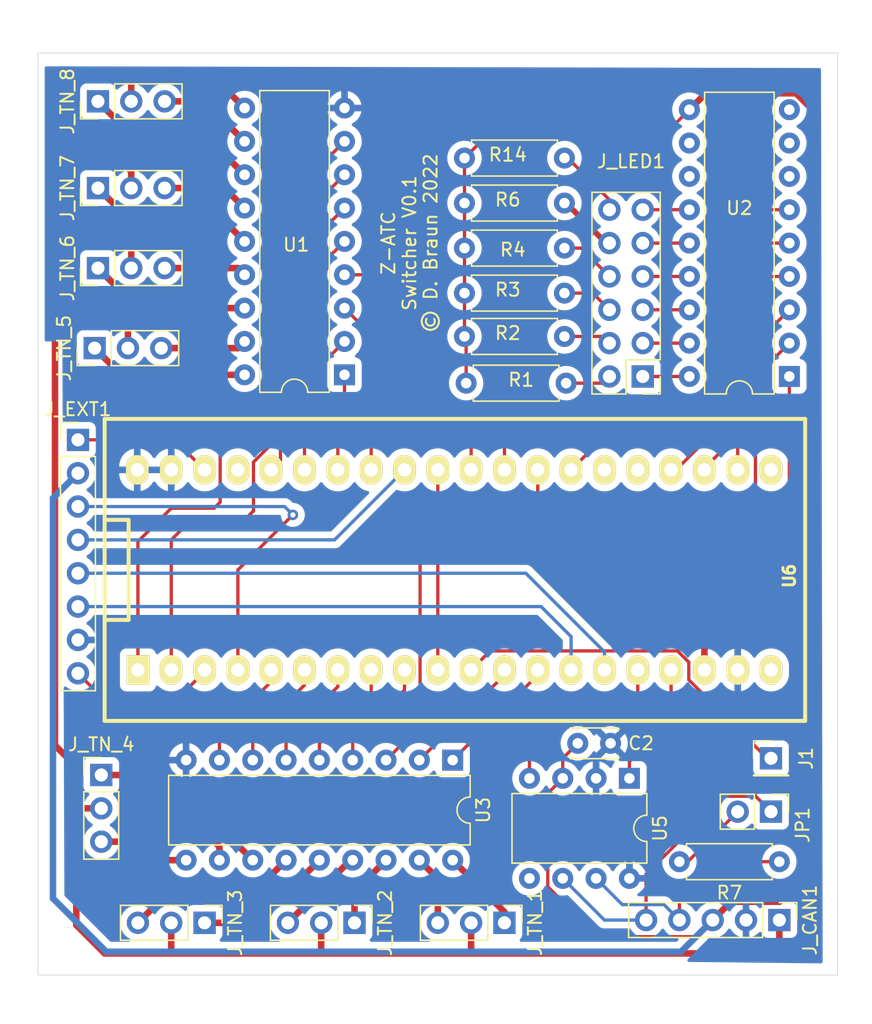
<source format=kicad_pcb>
(kicad_pcb (version 20211014) (generator pcbnew)
  (layers (0 "F.Cu" signal) (31 "B.Cu" signal) (34 "B.Paste" user) (35 "F.Paste" user) (36 "B.SilkS" user "B.Silkscreen") (37 "F.SilkS" user "F.Silkscreen") (38 "B.Mask" user) (39 "F.Mask" user) (44 "Edge.Cuts" user))
  (net 0 "")
  (net 1 "GND")
  (net 2 "Net-(U3-Pad12)")
  (net 3 "Net-(U3-Pad11)")
  (net 4 "Net-(J_TN_5-Pad1)")
  (net 5 "Net-(J_TN_5-Pad3)")
  (net 6 "Net-(J_TN_6-Pad1)")
  (net 7 "Net-(J_TN_6-Pad3)")
  (net 8 "VSENSE0_1")
  (net 9 "VSENSE0_0")
  (net 10 "Net-(J_TN_7-Pad1)")
  (net 11 "Net-(J_TN_7-Pad3)")
  (net 12 "Net-(JP1-Pad1)")
  (net 13 "+5V")
  (net 14 "Net-(J_CAN1-Pad4)")
  (net 15 "Net-(J_TN_8-Pad1)")
  (net 16 "+12V")
  (net 17 "Net-(J_TN_8-Pad3)")
  (net 18 "TURN5A")
  (net 19 "TURN5B")
  (net 20 "TURN6A")
  (net 21 "TURN6B")
  (net 22 "TURN7A")
  (net 23 "TURN7B")
  (net 24 "TURN2B")
  (net 25 "TURN2A")
  (net 26 "TURN8A")
  (net 27 "TURN1B")
  (net 28 "TURN1A")
  (net 29 "TURN8B")
  (net 30 "LED4")
  (net 31 "LED3")
  (net 32 "LED2")
  (net 34 "LED1")
  (net 35 "LED0")
  (net 36 "Net-(U5-Pad4)")
  (net 37 "Net-(U5-Pad1)")
  (net 40 "LED5")
  (net 43 "Net-(JP1-Pad2)")
  (net 44 "+3V3")
  (net 45 "TURN4A")
  (net 46 "TURN4B")
  (net 50 "TURN3A")
  (net 51 "TURN3B")
  (net 52 "Net-(J_TN_1-Pad1)")
  (net 53 "Net-(J_TN_1-Pad3)")
  (net 54 "Net-(J_TN_2-Pad1)")
  (net 55 "Net-(J_TN_2-Pad3)")
  (net 56 "Net-(J_TN_3-Pad1)")
  (net 57 "Net-(J_TN_3-Pad3)")
  (net 58 "SCL1")
  (net 59 "SDA1")
  (net 60 "X1")
  (net 61 "Net-(U2-Pad18)")
  (net 62 "Net-(R1-Pad2)")
  (net 63 "Net-(U2-Pad17)")
  (net 64 "SWO")
  (net 65 "Net-(R2-Pad2)")
  (net 66 "Net-(U2-Pad16)")
  (net 67 "Net-(R3-Pad2)")
  (net 68 "Net-(U2-Pad15)")
  (net 69 "Net-(R4-Pad2)")
  (net 70 "Net-(U2-Pad14)")
  (net 71 "PA7")
  (net 72 "Net-(R6-Pad2)")
  (net 73 "Net-(U2-Pad13)")
  (net 74 "Net-(R14-Pad2)")
  (net 75 "X2")
  (footprint "Connector_PinHeader_2.54mm:PinHeader_1x02_P2.54mm_Vertical" (layer "F.Cu") (at 132.715 159.385 -90)
    (fp_text reference "JP1")
    (fp_text value "Jumper")
  )
  (footprint "Resistor_THT:R_Axial_DIN0207_L6.3mm_D2.5mm_P7.62mm_Horizontal" (layer "F.Cu") (at 133.35 163.195 180)
    (fp_text reference "R7")
    (fp_text value "120")
  )
  (footprint "Package_DIP:DIP-18_W7.62mm" (layer "F.Cu") (at 134.112 126.238 180)
    (fp_text reference "U2")
    (fp_text value "ULN2803A")
  )
  (footprint "Package_DIP:DIP-18_W7.62mm" (layer "F.Cu") (at 108.448 155.458 -90)
    (fp_text reference "U3")
    (fp_text value "ULN2803A")
  )
  (footprint "Package_DIP:DIP-8_W7.62mm" (layer "F.Cu") (at 121.92 156.845 -90)
    (fp_text reference "U5")
    (fp_text value "MCP2551-I-P")
  )
  (footprint "BluePill_breakouts:BluePill_STM32F103C" (layer "F.Cu") (at 84.5058 148.59 90)
    (fp_text reference "U6")
    (fp_text value "ChinaBluePill-bluepill-D3_Board" hide)
  )
  (footprint "Capacitor_THT:C_Disc_D3.4mm_W2.1mm_P2.50mm" (layer "F.Cu") (at 120.483 154.178 180)
    (fp_text reference "C2")
    (fp_text value "C")
  )
  (footprint "Resistor_THT:R_Axial_DIN0207_L6.3mm_D2.5mm_P7.62mm_Horizontal" (layer "F.Cu") (at 109.347 123.19)
    (fp_text reference "R2")
    (fp_text value "R")
  )
  (footprint "Resistor_THT:R_Axial_DIN0207_L6.3mm_D2.5mm_P7.62mm_Horizontal" (layer "F.Cu") (at 109.347 113.03)
    (fp_text reference "R6")
    (fp_text value "R")
  )
  (footprint "Connector_PinHeader_2.54mm:PinHeader_2x06_P2.54mm_Vertical" (layer "F.Cu") (at 122.936 126.238 180)
    (fp_text reference "J_LED1")
    (fp_text value "Conn_02x06_Odd_Even")
  )
  (footprint "Resistor_THT:R_Axial_DIN0207_L6.3mm_D2.5mm_P7.62mm_Horizontal" (layer "F.Cu") (at 109.347 109.601)
    (fp_text reference "R14")
    (fp_text value "R")
  )
  (footprint "Connector_PinHeader_2.54mm:PinHeader_1x03_P2.54mm_Vertical" (layer "F.Cu") (at 100.965 167.85 -90)
    (fp_text reference "J_TN_2")
    (fp_text value "Conn_01x03_Female")
  )
  (footprint "Connector_PinHeader_2.54mm:PinHeader_1x05_P2.54mm_Vertical" (layer "F.Cu") (at 133.35 167.64 -90)
    (fp_text reference "J_CAN1")
    (fp_text value "Conn_01x05_Female")
  )
  (footprint "Connector_PinHeader_2.54mm:PinHeader_1x03_P2.54mm_Vertical" (layer "F.Cu") (at 89.535 167.85 -90)
    (fp_text reference "J_TN_3")
    (fp_text value "Conn_01x03_Female")
  )
  (footprint "Package_DIP:DIP-18_W7.62mm" (layer "F.Cu") (at 100.203 126.111 180)
    (fp_text reference "U1")
    (fp_text value "ULN2803A")
  )
  (footprint "Resistor_THT:R_Axial_DIN0207_L6.3mm_D2.5mm_P7.62mm_Horizontal" (layer "F.Cu") (at 109.347 119.888)
    (fp_text reference "R3")
    (fp_text value "R")
  )
  (footprint "Connector_PinHeader_2.54mm:PinHeader_1x01_P2.54mm_Vertical" (layer "F.Cu") (at 132.715 155.321)
    (fp_text reference "J1")
    (fp_text value "Conn_01x01_Female")
  )
  (footprint "Connector_PinHeader_2.54mm:PinHeader_1x03_P2.54mm_Vertical" (layer "F.Cu") (at 81.661 156.591)
    (fp_text reference "J_TN_4")
    (fp_text value "Conn_01x03_Female")
  )
  (footprint "Connector_PinHeader_2.54mm:PinHeader_1x03_P2.54mm_Vertical" (layer "F.Cu") (at 81.407 111.887 90)
    (fp_text reference "J_TN_7")
    (fp_text value "Conn_01x03_Female")
  )
  (footprint "Resistor_THT:R_Axial_DIN0207_L6.3mm_D2.5mm_P7.62mm_Horizontal" (layer "F.Cu") (at 109.474 126.746)
    (fp_text reference "R1")
    (fp_text value "R")
  )
  (footprint "Connector_PinHeader_2.54mm:PinHeader_1x03_P2.54mm_Vertical" (layer "F.Cu") (at 81.407 105.283 90)
    (fp_text reference "J_TN_8")
    (fp_text value "Conn_01x03_Female")
  )
  (footprint "Connector_PinHeader_2.54mm:PinHeader_1x03_P2.54mm_Vertical" (layer "F.Cu") (at 81.407 117.983 90)
    (fp_text reference "J_TN_6")
    (fp_text value "Conn_01x03_Female")
  )
  (footprint "Connector_PinHeader_2.54mm:PinHeader_1x03_P2.54mm_Vertical" (layer "F.Cu") (at 112.395 167.85 -90)
    (fp_text reference "J_TN_1")
    (fp_text value "Conn_01x03_Female")
  )
  (footprint "Connector_PinHeader_2.54mm:PinHeader_1x03_P2.54mm_Vertical" (layer "F.Cu") (at 81.153 124.079 90)
    (fp_text reference "J_TN_5")
    (fp_text value "Conn_01x03_Female")
  )
  (footprint "Resistor_THT:R_Axial_DIN0207_L6.3mm_D2.5mm_P7.62mm_Horizontal" (layer "F.Cu") (at 109.347 116.459)
    (fp_text reference "R4")
    (fp_text value "R")
  )
  (footprint "Connector_PinHeader_2.54mm:PinHeader_1x08_P2.54mm_Vertical" (layer "F.Cu") (at 79.883 131.064)
    (fp_text reference "J_EXT1")
    (fp_text value "Conn_01x08_Female")
  )
  (gr_rect (start 137.795 171.831) (end 76.835 101.6) (layer "Edge.Cuts") (width 0.05) (fill none))
  (gr_text "Z-ATC\nSwitcher V0.1\n© D. Braun 2022" (at 105.156 116.078 90) (layer "F.SilkS") (effects (font (size 1 1))))
  (segment (start 119.38 156.845) (end 119.38 155.281) (width 0.5) (layer "F.Cu") (net 1))
  (segment (start 119.38 155.281) (end 120.483 154.178) (width 0.5) (layer "F.Cu") (net 1))
  (segment (start 93.208 163.078) (end 88.753 158.623) (width 0.5) (layer "F.Cu") (net 2))
  (segment (start 88.753 158.623) (end 85.344 158.623) (width 0.5) (layer "F.Cu") (net 2))
  (segment (start 85.344 158.623) (end 83.312 156.591) (width 0.5) (layer "F.Cu") (net 2))
  (segment (start 83.312 156.591) (end 81.661 156.591) (width 0.5) (layer "F.Cu") (net 2))
  (segment (start 85.09 161.036) (end 84.455 161.671) (width 0.5) (layer "F.Cu") (net 3))
  (segment (start 90.668 162.042) (end 90.668 163.078) (width 0.5) (layer "F.Cu") (net 3))
  (segment (start 89.662 161.036) (end 90.668 162.042) (width 0.5) (layer "F.Cu") (net 3))
  (segment (start 84.455 161.671) (end 81.661 161.671) (width 0.5) (layer "F.Cu") (net 3))
  (segment (start 85.09 161.036) (end 89.662 161.036) (width 0.5) (layer "F.Cu") (net 3))
  (segment (start 81.153 124.079) (end 83.185 126.111) (width 0.5) (layer "F.Cu") (net 4))
  (segment (start 83.185 126.111) (end 92.583 126.111) (width 0.5) (layer "F.Cu") (net 4))
  (segment (start 86.233 124.079) (end 92.075 124.079) (width 0.5) (layer "F.Cu") (net 5))
  (segment (start 92.075 124.079) (end 92.583 123.571) (width 0.5) (layer "F.Cu") (net 5))
  (segment (start 84.455 121.031) (end 92.583 121.031) (width 0.5) (layer "F.Cu") (net 6))
  (segment (start 81.407 117.983) (end 84.455 121.031) (width 0.5) (layer "F.Cu") (net 6))
  (segment (start 92.075 117.983) (end 92.583 118.491) (width 0.5) (layer "F.Cu") (net 7))
  (segment (start 86.487 117.983) (end 92.075 117.983) (width 0.5) (layer "F.Cu") (net 7))
  (segment (start 81.407 111.887) (end 83.693 114.173) (width 0.5) (layer "F.Cu") (net 10))
  (segment (start 83.693 114.173) (end 90.805 114.173) (width 0.5) (layer "F.Cu") (net 10))
  (segment (start 90.805 114.173) (end 92.583 115.951) (width 0.5) (layer "F.Cu") (net 10))
  (segment (start 91.059 111.887) (end 92.583 113.411) (width 0.5) (layer "F.Cu") (net 11))
  (segment (start 86.487 111.887) (end 91.059 111.887) (width 0.5) (layer "F.Cu") (net 11))
  (segment (start 129.124211 158.210489) (end 131.540489 158.210489) (width 0.25) (layer "F.Cu") (net 12))
  (segment (start 123.19 167.64) (end 123.19 164.1447) (width 0.25) (layer "F.Cu") (net 12))
  (segment (start 123.19 164.1447) (end 129.124211 158.210489) (width 0.25) (layer "F.Cu") (net 12))
  (segment (start 131.540489 158.210489) (end 132.715 159.385) (width 0.25) (layer "F.Cu") (net 12))
  (segment (start 116.84 164.465) (end 120.015 167.64) (width 0.25) (layer "B.Cu") (net 12))
  (segment (start 120.015 167.64) (end 123.19 167.64) (width 0.25) (layer "B.Cu") (net 12))
  (segment (start 115.697 161.036) (end 115.697 157.988) (width 0.25) (layer "F.Cu") (net 13))
  (segment (start 127.635 146.939) (end 127.635 148.59) (width 0.5) (layer "F.Cu") (net 13))
  (segment (start 127 168.91) (end 128.27 167.64) (width 0.25) (layer "F.Cu") (net 13))
  (segment (start 134.629565 104.668489) (end 136.271 106.309924) (width 0.5) (layer "F.Cu") (net 13))
  (segment (start 124.333 108.077) (end 126.492 105.918) (width 0.25) (layer "F.Cu") (net 13))
  (segment (start 116.84 155.321) (end 117.983 154.178) (width 0.25) (layer "F.Cu") (net 13))
  (segment (start 129.794 166.243) (end 129.667 166.243) (width 0.5) (layer "F.Cu") (net 13))
  (segment (start 133.35 166.243) (end 129.794 166.243) (width 0.5) (layer "F.Cu") (net 13))
  (segment (start 109.474 123.317) (end 109.347 123.19) (width 0.25) (layer "F.Cu") (net 13))
  (segment (start 115.697 161.036) (end 115.697 165.1) (width 0.25) (layer "F.Cu") (net 13))
  (segment (start 129.667 166.243) (end 128.27 167.64) (width 0.5) (layer "F.Cu") (net 13))
  (segment (start 136.271 163.322) (end 133.35 166.243) (width 0.5) (layer "F.Cu") (net 13))
  (segment (start 136.271 106.309924) (end 136.271 145.288) (width 0.5) (layer "F.Cu") (net 13))
  (segment (start 115.697 165.1) (end 119.507 168.91) (width 0.25) (layer "F.Cu") (net 13))
  (segment (start 126.492 105.918) (end 127.741511 104.668489) (width 0.5) (layer "F.Cu") (net 13))
  (segment (start 115.697 157.988) (end 116.84 156.845) (width 0.25) (layer "F.Cu") (net 13))
  (segment (start 109.347 109.601) (end 110.871 108.077) (width 0.25) (layer "F.Cu") (net 13))
  (segment (start 119.507 168.91) (end 127 168.91) (width 0.25) (layer "F.Cu") (net 13))
  (segment (start 110.871 108.077) (end 124.333 108.077) (width 0.25) (layer "F.Cu") (net 13))
  (segment (start 109.347 113.03) (end 109.347 109.601) (width 0.25) (layer "F.Cu") (net 13))
  (segment (start 109.347 119.888) (end 109.347 116.459) (width 0.25) (layer "F.Cu") (net 13))
  (segment (start 136.271 145.288) (end 129.286 145.288) (width 0.5) (layer "F.Cu") (net 13))
  (segment (start 109.474 126.746) (end 109.474 123.317) (width 0.25) (layer "F.Cu") (net 13))
  (segment (start 129.286 145.288) (end 127.635 146.939) (width 0.5) (layer "F.Cu") (net 13))
  (segment (start 109.347 123.19) (end 109.347 119.888) (width 0.25) (layer "F.Cu") (net 13))
  (segment (start 136.271 145.288) (end 136.271 163.322) (width 0.5) (layer "F.Cu") (net 13))
  (segment (start 127.741511 104.668489) (end 134.629565 104.668489) (width 0.5) (layer "F.Cu") (net 13))
  (segment (start 116.84 156.845) (end 116.84 155.321) (width 0.25) (layer "F.Cu") (net 13))
  (segment (start 109.347 116.459) (end 109.347 113.03) (width 0.25) (layer "F.Cu") (net 13))
  (segment (start 82.042 170.053) (end 77.978 165.989) (width 0.5) (layer "B.Cu") (net 13))
  (segment (start 77.978 135.509) (end 79.883 133.604) (width 0.5) (layer "B.Cu") (net 13))
  (segment (start 77.978 165.989) (end 77.978 135.509) (width 0.5) (layer "B.Cu") (net 13))
  (segment (start 128.27 167.64) (end 125.857 170.053) (width 0.5) (layer "B.Cu") (net 13))
  (segment (start 125.857 170.053) (end 82.042 170.053) (width 0.5) (layer "B.Cu") (net 13))
  (segment (start 125.73 165.735) (end 128.27 163.195) (width 0.25) (layer "F.Cu") (net 14))
  (segment (start 125.73 165.735) (end 125.73 167.64) (width 0.25) (layer "F.Cu") (net 14))
  (segment (start 133.35 163.195) (end 128.27 163.195) (width 0.25) (layer "F.Cu") (net 14))
  (segment (start 121.380489 166.465489) (end 124.555489 166.465489) (width 0.25) (layer "B.Cu") (net 14))
  (segment (start 119.38 164.465) (end 121.380489 166.465489) (width 0.25) (layer "B.Cu") (net 14))
  (segment (start 124.555489 166.465489) (end 125.73 167.64) (width 0.25) (layer "B.Cu") (net 14))
  (segment (start 89.789 108.077) (end 84.201 108.077) (width 0.5) (layer "F.Cu") (net 15))
  (segment (start 84.201 108.077) (end 81.407 105.283) (width 0.5) (layer "F.Cu") (net 15))
  (segment (start 92.583 110.871) (end 89.789 108.077) (width 0.5) (layer "F.Cu") (net 15))
  (segment (start 87.249 170.18) (end 81.915 170.18) (width 0.5) (layer "F.Cu") (net 16))
  (segment (start 78.13397 154.33397) (end 78.13397 122.14503) (width 0.5) (layer "F.Cu") (net 16))
  (segment (start 78.359 109.855) (end 78.13397 109.62997) (width 0.5) (layer "F.Cu") (net 16))
  (segment (start 81.915 170.18) (end 79.756 168.021) (width 0.5) (layer "F.Cu") (net 16))
  (segment (start 84.328 164.592) (end 85.842 163.078) (width 0.5) (layer "F.Cu") (net 16))
  (segment (start 78.13397 109.62997) (end 78.13397 104.74603) (width 0.5) (layer "F.Cu") (net 16))
  (segment (start 79.756 159.131) (end 81.661 159.131) (width 0.5) (layer "F.Cu") (net 16))
  (segment (start 85.842 163.078) (end 88.128 163.078) (width 0.5) (layer "F.Cu") (net 16))
  (segment (start 79.756 168.021) (end 79.756 164.592) (width 0.5) (layer "F.Cu") (net 16))
  (segment (start 98.425 170.18) (end 87.249 170.18) (width 0.5) (layer "F.Cu") (net 16))
  (segment (start 83.312 103.505) (end 79.375 103.505) (width 0.5) (layer "F.Cu") (net 16))
  (segment (start 83.312 103.505) (end 90.297 103.505) (width 0.5) (layer "F.Cu") (net 16))
  (segment (start 133.35 169.545) (end 132.715 170.18) (width 0.5) (layer "F.Cu") (net 16))
  (segment (start 90.297 103.505) (end 92.583 105.791) (width 0.5) (layer "F.Cu") (net 16))
  (segment (start 83.947 103.759) (end 83.693 103.505) (width 0.5) (layer "F.Cu") (net 16))
  (segment (start 79.756 164.592) (end 84.328 164.592) (width 0.5) (layer "F.Cu") (net 16))
  (segment (start 109.855 167.85) (end 109.855 170.18) (width 0.5) (layer "F.Cu") (net 16))
  (segment (start 83.693 122.555) (end 82.931 121.793) (width 0.5) (layer "F.Cu") (net 16))
  (segment (start 83.947 111.887) (end 83.947 110.617) (width 0.5) (layer "F.Cu") (net 16))
  (segment (start 79.756 164.592) (end 79.756 159.131) (width 0.5) (layer "F.Cu") (net 16))
  (segment (start 83.947 110.617) (end 83.185 109.855) (width 0.5) (layer "F.Cu") (net 16))
  (segment (start 78.486 121.793) (end 78.13397 122.14503) (width 0.5) (layer "F.Cu") (net 16))
  (segment (start 86.995 167.85) (end 86.995 170.18) (width 0.5) (layer "F.Cu") (net 16))
  (segment (start 82.931 121.793) (end 78.486 121.793) (width 0.5) (layer "F.Cu") (net 16))
  (segment (start 132.715 170.18) (end 109.855 170.18) (width 0.5) (layer "F.Cu") (net 16))
  (segment (start 83.947 105.283) (end 83.947 103.759) (width 0.5) (layer "F.Cu") (net 16))
  (segment (start 109.855 170.18) (end 98.425 170.18) (width 0.5) (layer "F.Cu") (net 16))
  (segment (start 78.13397 104.74603) (end 79.375 103.505) (width 0.5) (layer "F.Cu") (net 16))
  (segment (start 79.756 155.956) (end 78.13397 154.33397) (width 0.5) (layer "F.Cu") (net 16))
  (segment (start 87.249 170.18) (end 86.995 170.18) (width 0.5) (layer "F.Cu") (net 16))
  (segment (start 83.185 115.697) (end 78.16294 115.697) (width 0.5) (layer "F.Cu") (net 16))
  (segment (start 98.425 167.85) (end 98.425 170.18) (width 0.5) (layer "F.Cu") (net 16))
  (segment (start 78.13397 115.66803) (end 78.13397 109.62997) (width 0.5) (layer "F.Cu") (net 16))
  (segment (start 83.185 109.855) (end 78.359 109.855) (width 0.5) (layer "F.Cu") (net 16))
  (segment (start 79.756 159.131) (end 79.756 155.956) (width 0.5) (layer "F.Cu") (net 16))
  (segment (start 78.13397 122.14503) (end 78.13397 115.66803) (width 0.5) (layer "F.Cu") (net 16))
  (segment (start 133.35 169.545) (end 133.35 167.64) (width 0.5) (layer "F.Cu") (net 16))
  (segment (start 83.947 116.459) (end 83.185 115.697) (width 0.5) (layer "F.Cu") (net 16))
  (segment (start 83.693 124.079) (end 83.693 122.555) (width 0.5) (layer "F.Cu") (net 16))
  (segment (start 83.693 103.505) (end 83.312 103.505) (width 0.5) (layer "F.Cu") (net 16))
  (segment (start 78.16294 115.697) (end 78.13397 115.66803) (width 0.5) (layer "F.Cu") (net 16))
  (segment (start 83.947 117.983) (end 83.947 116.459) (width 0.5) (layer "F.Cu") (net 16))
  (segment (start 89.535 105.283) (end 92.583 108.331) (width 0.5) (layer "F.Cu") (net 17))
  (segment (start 86.487 105.283) (end 89.535 105.283) (width 0.5) (layer "F.Cu") (net 17))
  (segment (start 100.203 128.143) (end 102.235 130.175) (width 0.25) (layer "F.Cu") (net 18))
  (segment (start 100.203 126.111) (end 100.203 128.143) (width 0.25) (layer "F.Cu") (net 18))
  (segment (start 102.235 130.175) (end 102.235 133.35) (width 0.25) (layer "F.Cu") (net 18))
  (segment (start 98.171 125.603) (end 98.171 128.651) (width 0.25) (layer "F.Cu") (net 19))
  (segment (start 100.203 123.571) (end 98.171 125.603) (width 0.25) (layer "F.Cu") (net 19))
  (segment (start 99.695 130.175) (end 99.695 133.35) (width 0.25) (layer "F.Cu") (net 19))
  (segment (start 98.171 128.651) (end 99.695 130.175) (width 0.25) (layer "F.Cu") (net 19))
  (segment (start 102.235 129.159) (end 104.013 130.937) (width 0.25) (layer "F.Cu") (net 20))
  (segment (start 104.013 130.937) (end 109.093 130.937) (width 0.25) (layer "F.Cu") (net 20))
  (segment (start 109.855 131.699) (end 109.855 133.35) (width 0.25) (layer "F.Cu") (net 20))
  (segment (start 109.093 130.937) (end 109.855 131.699) (width 0.25) (layer "F.Cu") (net 20))
  (segment (start 102.235 123.063) (end 102.235 129.159) (width 0.25) (layer "F.Cu") (net 20))
  (segment (start 100.203 121.031) (end 102.235 123.063) (width 0.25) (layer "F.Cu") (net 20))
  (segment (start 111.506 130.175) (end 112.395 131.064) (width 0.25) (layer "F.Cu") (net 21))
  (segment (start 100.203 118.491) (end 101.727 118.491) (width 0.25) (layer "F.Cu") (net 21))
  (segment (start 112.395 131.064) (end 112.395 133.35) (width 0.25) (layer "F.Cu") (net 21))
  (segment (start 104.267 130.175) (end 111.506 130.175) (width 0.25) (layer "F.Cu") (net 21))
  (segment (start 101.727 118.491) (end 103.251 120.015) (width 0.25) (layer "F.Cu") (net 21))
  (segment (start 103.251 120.015) (end 103.251 129.159) (width 0.25) (layer "F.Cu") (net 21))
  (segment (start 103.251 129.159) (end 104.267 130.175) (width 0.25) (layer "F.Cu") (net 21))
  (segment (start 96.266 128.016) (end 97.155 128.905) (width 0.25) (layer "F.Cu") (net 22))
  (segment (start 97.155 128.905) (end 97.155 133.35) (width 0.25) (layer "F.Cu") (net 22))
  (segment (start 100.203 115.951) (end 96.266 119.888) (width 0.25) (layer "F.Cu") (net 22))
  (segment (start 96.266 119.888) (end 96.266 128.016) (width 0.25) (layer "F.Cu") (net 22))
  (segment (start 95.31852 132.64648) (end 94.615 133.35) (width 0.25) (layer "F.Cu") (net 23))
  (segment (start 100.203 113.411) (end 95.31852 118.29548) (width 0.25) (layer "F.Cu") (net 23))
  (segment (start 95.31852 118.29548) (end 95.31852 132.64648) (width 0.25) (layer "F.Cu") (net 23))
  (segment (start 100.828 155.458) (end 100.828 154.061) (width 0.25) (layer "F.Cu") (net 24))
  (segment (start 100.828 154.061) (end 104.775 150.114) (width 0.25) (layer "F.Cu") (net 24))
  (segment (start 104.775 150.114) (end 104.775 148.59) (width 0.25) (layer "F.Cu") (net 24))
  (segment (start 107.315 135.72624) (end 105.96312 137.07812) (width 0.25) (layer "F.Cu") (net 25))
  (segment (start 105.96312 152.86288) (end 103.368 155.458) (width 0.25) (layer "F.Cu") (net 25))
  (segment (start 107.315 133.35) (end 107.315 135.72624) (width 0.25) (layer "F.Cu") (net 25))
  (segment (start 105.96312 137.07812) (end 105.96312 152.86288) (width 0.25) (layer "F.Cu") (net 25))
  (segment (start 94.869 131.154345) (end 94.869 116.205) (width 0.25) (layer "F.Cu") (net 26))
  (segment (start 93.26312 136.47988) (end 93.26312 132.760225) (width 0.25) (layer "F.Cu") (net 26))
  (segment (start 88.519 137.16) (end 92.583 137.16) (width 0.25) (layer "F.Cu") (net 26))
  (segment (start 94.869 116.205) (end 100.203 110.871) (width 0.25) (layer "F.Cu") (net 26))
  (segment (start 86.995 138.684) (end 88.519 137.16) (width 0.25) (layer "F.Cu") (net 26))
  (segment (start 93.26312 132.760225) (end 94.869 131.154345) (width 0.25) (layer "F.Cu") (net 26))
  (segment (start 92.583 137.16) (end 93.26312 136.47988) (width 0.25) (layer "F.Cu") (net 26))
  (segment (start 86.995 148.59) (end 86.995 138.684) (width 0.25) (layer "F.Cu") (net 26))
  (segment (start 105.908 155.458) (end 112.395 148.971) (width 0.25) (layer "F.Cu") (net 27))
  (segment (start 112.395 148.971) (end 112.395 148.59) (width 0.25) (layer "F.Cu") (net 27))
  (segment (start 108.448 155.458) (end 114.935 148.971) (width 0.25) (layer "F.Cu") (net 28))
  (segment (start 114.935 148.971) (end 114.935 148.59) (width 0.25) (layer "F.Cu") (net 28))
  (segment (start 86.995 136.271) (end 90.26024 136.271) (width 0.25) (layer "F.Cu") (net 29))
  (segment (start 90.72312 135.80812) (end 90.72312 131.27288) (width 0.25) (layer "F.Cu") (net 29))
  (segment (start 94.234 127.762) (end 94.234 114.3) (width 0.25) (layer "F.Cu") (net 29))
  (segment (start 84.455 148.59) (end 84.455 138.811) (width 0.25) (layer "F.Cu") (net 29))
  (segment (start 90.26024 136.271) (end 90.72312 135.80812) (width 0.25) (layer "F.Cu") (net 29))
  (segment (start 84.455 138.811) (end 86.995 136.271) (width 0.25) (layer "F.Cu") (net 29))
  (segment (start 90.72312 131.27288) (end 94.234 127.762) (width 0.25) (layer "F.Cu") (net 29))
  (segment (start 94.234 114.3) (end 100.203 108.331) (width 0.25) (layer "F.Cu") (net 29))
  (segment (start 131.572 116.078) (end 134.112 116.078) (width 0.25) (layer "F.Cu") (net 30))
  (segment (start 129.032 129.794) (end 125.476 133.35) (width 0.25) (layer "F.Cu") (net 30))
  (segment (start 125.476 133.35) (end 125.095 133.35) (width 0.25) (layer "F.Cu") (net 30))
  (segment (start 129.032 118.618) (end 129.032 129.794) (width 0.25) (layer "F.Cu") (net 30))
  (segment (start 129.032 118.618) (end 131.572 116.078) (width 0.25) (layer "F.Cu") (net 30))
  (segment (start 129.72548 131.13252) (end 127.635 133.223) (width 0.25) (layer "F.Cu") (net 31))
  (segment (start 131.572 118.618) (end 134.112 118.618) (width 0.25) (layer "F.Cu") (net 31))
  (segment (start 129.72548 120.46452) (end 129.72548 131.13252) (width 0.25) (layer "F.Cu") (net 31))
  (segment (start 127.635 133.223) (end 127.635 133.35) (width 0.25) (layer "F.Cu") (net 31))
  (segment (start 129.72548 120.46452) (end 131.572 118.618) (width 0.25) (layer "F.Cu") (net 31))
  (segment (start 130.175 128.651) (end 130.175 133.35) (width 0.25) (layer "F.Cu") (net 32))
  (segment (start 134.112 121.158) (end 130.937 124.333) (width 0.25) (layer "F.Cu") (net 32))
  (segment (start 130.937 124.333) (end 130.937 127.889) (width 0.25) (layer "F.Cu") (net 32))
  (segment (start 130.937 127.889) (end 130.175 128.651) (width 0.25) (layer "F.Cu") (net 32))
  (segment (start 131.52688 126.28312) (end 131.52688 135.42712) (width 0.25) (layer "F.Cu") (net 34))
  (segment (start 114.935 135.001) (end 114.935 133.35) (width 0.25) (layer "F.Cu") (net 34))
  (segment (start 131.52688 135.42712) (end 131.318 135.636) (width 0.25) (layer "F.Cu") (net 34))
  (segment (start 131.318 135.636) (end 115.57 135.636) (width 0.25) (layer "F.Cu") (net 34))
  (segment (start 115.57 135.636) (end 114.935 135.001) (width 0.25) (layer "F.Cu") (net 34))
  (segment (start 134.112 123.698) (end 131.52688 126.28312) (width 0.25) (layer "F.Cu") (net 34))
  (segment (start 107.315 139.192) (end 108.839 137.668) (width 0.25) (layer "F.Cu") (net 35))
  (segment (start 131.572 137.668) (end 134.112 135.128) (width 0.25) (layer "F.Cu") (net 35))
  (segment (start 134.112 135.128) (end 134.112 126.238) (width 0.25) (layer "F.Cu") (net 35))
  (segment (start 107.315 148.59) (end 107.315 139.192) (width 0.25) (layer "F.Cu") (net 35))
  (segment (start 108.839 137.668) (end 131.572 137.668) (width 0.25) (layer "F.Cu") (net 35))
  (segment (start 114.935 151.13) (end 121.92 151.13) (width 0.25) (layer "F.Cu") (net 36))
  (segment (start 114.3 156.845) (end 114.3 151.765) (width 0.25) (layer "F.Cu") (net 36))
  (segment (start 122.555 150.495) (end 122.555 148.59) (width 0.25) (layer "F.Cu") (net 36))
  (segment (start 121.92 151.13) (end 122.555 150.495) (width 0.25) (layer "F.Cu") (net 36))
  (segment (start 114.3 151.765) (end 114.935 151.13) (width 0.25) (layer "F.Cu") (net 36))
  (segment (start 125.095 152.4) (end 125.095 148.59) (width 0.25) (layer "F.Cu") (net 37))
  (segment (start 121.92 155.575) (end 125.095 152.4) (width 0.25) (layer "F.Cu") (net 37))
  (segment (start 121.92 155.575) (end 121.92 156.845) (width 0.25) (layer "F.Cu") (net 37))
  (segment (start 127.127 129.794) (end 121.031 129.794) (width 0.25) (layer "F.Cu") (net 40))
  (segment (start 132.334 113.538) (end 128.58248 117.28952) (width 0.25) (layer "F.Cu") (net 40))
  (segment (start 128.58248 117.28952) (end 128.58248 128.33852) (width 0.25) (layer "F.Cu") (net 40))
  (segment (start 128.58248 128.33852) (end 127.127 129.794) (width 0.25) (layer "F.Cu") (net 40))
  (segment (start 134.112 113.538) (end 132.334 113.538) (width 0.25) (layer "F.Cu") (net 40))
  (segment (start 121.031 129.794) (end 117.475 133.35) (width 0.25) (layer "F.Cu") (net 40))
  (segment (start 130.175 159.385) (end 126.365 163.195) (width 0.25) (layer "F.Cu") (net 43))
  (segment (start 126.365 163.195) (end 125.73 163.195) (width 0.25) (layer "F.Cu") (net 43))
  (segment (start 79.883 131.064) (end 87.249 131.064) (width 0.25) (layer "F.Cu") (net 44))
  (segment (start 87.249 131.064) (end 89.535 133.35) (width 0.25) (layer "F.Cu") (net 44))
  (segment (start 93.208 153.68) (end 97.155 149.733) (width 0.25) (layer "F.Cu") (net 45))
  (segment (start 97.155 149.733) (end 97.155 148.59) (width 0.25) (layer "F.Cu") (net 45))
  (segment (start 93.208 155.458) (end 93.208 153.68) (width 0.25) (layer "F.Cu") (net 45))
  (segment (start 90.668 153.426) (end 90.668 155.458) (width 0.25) (layer "F.Cu") (net 46))
  (segment (start 94.615 148.59) (end 94.615 149.479) (width 0.25) (layer "F.Cu") (net 46))
  (segment (start 94.615 149.479) (end 90.668 153.426) (width 0.25) (layer "F.Cu") (net 46))
  (segment (start 98.288 155.458) (end 98.288 154.188) (width 0.25) (layer "F.Cu") (net 50))
  (segment (start 98.288 154.188) (end 102.235 150.241) (width 0.25) (layer "F.Cu") (net 50))
  (segment (start 102.235 150.241) (end 102.235 148.59) (width 0.25) (layer "F.Cu") (net 50))
  (segment (start 99.695 149.86) (end 99.695 148.59) (width 0.25) (layer "F.Cu") (net 51))
  (segment (start 95.748 155.458) (end 95.748 153.807) (width 0.25) (layer "F.Cu") (net 51))
  (segment (start 95.748 153.807) (end 99.695 149.86) (width 0.25) (layer "F.Cu") (net 51))
  (segment (start 108.448 163.078) (end 112.395 167.025) (width 0.5) (layer "F.Cu") (net 52))
  (segment (start 112.395 167.025) (end 112.395 167.85) (width 0.5) (layer "F.Cu") (net 52))
  (segment (start 107.315 167.85) (end 107.315 164.485) (width 0.5) (layer "F.Cu") (net 53))
  (segment (start 107.315 164.485) (end 105.908 163.078) (width 0.5) (layer "F.Cu") (net 53))
  (segment (start 100.965 167.85) (end 100.965 165.481) (width 0.5) (layer "F.Cu") (net 54))
  (segment (start 100.965 165.481) (end 103.368 163.078) (width 0.5) (layer "F.Cu") (net 54))
  (segment (start 95.885 167.85) (end 100.657 163.078) (width 0.5) (layer "F.Cu") (net 55))
  (segment (start 100.657 163.078) (end 100.828 163.078) (width 0.5) (layer "F.Cu") (net 55))
  (segment (start 93.516 167.85) (end 98.288 163.078) (width 0.5) (layer "F.Cu") (net 56))
  (segment (start 89.535 167.85) (end 93.516 167.85) (width 0.5) (layer "F.Cu") (net 56))
  (segment (start 92.964 165.862) (end 95.748 163.078) (width 0.5) (layer "F.Cu") (net 57))
  (segment (start 84.455 167.85) (end 86.443 165.862) (width 0.5) (layer "F.Cu") (net 57))
  (segment (start 86.443 165.862) (end 92.964 165.862) (width 0.5) (layer "F.Cu") (net 57))
  (segment (start 117.475 146.05) (end 117.475 148.59) (width 0.25) (layer "B.Cu") (net 58))
  (segment (start 115.189 143.764) (end 117.475 146.05) (width 0.25) (layer "B.Cu") (net 58))
  (segment (start 79.883 143.764) (end 115.189 143.764) (width 0.25) (layer "B.Cu") (net 58))
  (segment (start 114.024 141.224) (end 120.015 147.215) (width 0.25) (layer "B.Cu") (net 59))
  (segment (start 79.883 141.224) (end 114.024 141.224) (width 0.25) (layer "B.Cu") (net 59))
  (segment (start 120.015 147.215) (end 120.015 148.59) (width 0.25) (layer "B.Cu") (net 59))
  (segment (start 89.535 148.717) (end 89.535 148.59) (width 0.25) (layer "F.Cu") (net 60))
  (segment (start 82.042 151.003) (end 87.249 151.003) (width 0.25) (layer "F.Cu") (net 60))
  (segment (start 87.249 151.003) (end 89.535 148.717) (width 0.25) (layer "F.Cu") (net 60))
  (segment (start 79.883 148.844) (end 82.042 151.003) (width 0.25) (layer "F.Cu") (net 60))
  (segment (start 122.936 126.238) (end 126.492 126.238) (width 0.25) (layer "F.Cu") (net 61))
  (segment (start 119.888 126.746) (end 120.396 126.238) (width 0.25) (layer "F.Cu") (net 62))
  (segment (start 117.094 126.746) (end 119.888 126.746) (width 0.25) (layer "F.Cu") (net 62))
  (segment (start 122.936 123.698) (end 126.492 123.698) (width 0.25) (layer "F.Cu") (net 63))
  (segment (start 126.44688 148.000225) (end 126.44688 149.343535) (width 0.25) (layer "F.Cu") (net 64))
  (segment (start 126.44688 149.343535) (end 132.424345 155.321) (width 0.25) (layer "F.Cu") (net 64))
  (segment (start 111.30452 147.14048) (end 125.587135 147.14048) (width 0.25) (layer "F.Cu") (net 64))
  (segment (start 125.587135 147.14048) (end 126.44688 148.000225) (width 0.25) (layer "F.Cu") (net 64))
  (segment (start 132.424345 155.321) (end 132.715 155.321) (width 0.25) (layer "F.Cu") (net 64))
  (segment (start 109.855 148.59) (end 111.30452 147.14048) (width 0.25) (layer "F.Cu") (net 64))
  (segment (start 119.888 123.19) (end 120.396 123.698) (width 0.25) (layer "F.Cu") (net 65))
  (segment (start 116.967 123.19) (end 119.888 123.19) (width 0.25) (layer "F.Cu") (net 65))
  (segment (start 122.936 121.158) (end 126.492 121.158) (width 0.25) (layer "F.Cu") (net 66))
  (segment (start 119.126 119.888) (end 120.396 121.158) (width 0.25) (layer "F.Cu") (net 67))
  (segment (start 116.967 119.888) (end 119.126 119.888) (width 0.25) (layer "F.Cu") (net 67))
  (segment (start 122.936 118.618) (end 126.492 118.618) (width 0.25) (layer "F.Cu") (net 68))
  (segment (start 118.237 116.459) (end 120.396 118.618) (width 0.25) (layer "F.Cu") (net 69))
  (segment (start 116.967 116.459) (end 118.237 116.459) (width 0.25) (layer "F.Cu") (net 69))
  (segment (start 122.936 116.078) (end 126.492 116.078) (width 0.25) (layer "F.Cu") (net 70))
  (segment (start 79.883 138.684) (end 99.441 138.684) (width 0.25) (layer "B.Cu") (net 71))
  (segment (start 99.441 138.684) (end 104.775 133.35) (width 0.25) (layer "B.Cu") (net 71))
  (segment (start 116.967 113.03) (end 120.015 116.078) (width 0.25) (layer "F.Cu") (net 72))
  (segment (start 117.221 113.03) (end 120.269 116.078) (width 0.25) (layer "F.Cu") (net 72))
  (segment (start 120.015 116.078) (end 120.396 116.078) (width 0.25) (layer "F.Cu") (net 72))
  (segment (start 120.269 116.078) (end 120.396 116.078) (width 0.25) (layer "F.Cu") (net 72))
  (segment (start 122.936 113.538) (end 126.492 113.538) (width 0.25) (layer "F.Cu") (net 73))
  (segment (start 117.221 109.601) (end 120.396 112.776) (width 0.25) (layer "F.Cu") (net 74))
  (segment (start 116.967 109.601) (end 117.221 109.601) (width 0.25) (layer "F.Cu") (net 74))
  (segment (start 120.396 112.776) (end 120.396 113.538) (width 0.25) (layer "F.Cu") (net 74))
  (segment (start 92.075 148.59) (end 92.075 140.97) (width 0.25) (layer "F.Cu") (net 75))
  (segment (start 92.075 140.97) (end 96.266 136.779) (width 0.25) (layer "F.Cu") (net 75))
  (via (at 96.266 136.779) (size 0.8) (drill 0.4) (layers "F.Cu" "B.Cu") (net 75))
  (segment (start 95.631 136.144) (end 79.883 136.144) (width 0.25) (layer "B.Cu") (net 75))
  (segment (start 96.266 136.779) (end 95.631 136.144) (width 0.25) (layer "B.Cu") (net 75))
  (zone (net 1) (net_name "GND") (layer "B.Cu") (connect_pads (clearance 0.508)) (min_thickness 0.254) (fill yes (thermal_gap 0.508) (thermal_bridge_width 0.508))
    (polygon (pts (xy 136.652 170.942) (xy 78.867 170.307) (xy 78.613 102.616) (xy 136.525 102.743)))
  )
  (zone (net 1) (net_name "GND") (layer "B.Cu") (connect_pads (clearance 0.508)) (min_thickness 0.254) (fill yes (thermal_gap 0.508) (thermal_bridge_width 0.508))
    (polygon (pts (xy 79.248 102.616) (xy 79.121 123.571) (xy 77.343 123.571) (xy 77.343 102.743) (xy 77.343 102.616)))
  )
)
</source>
